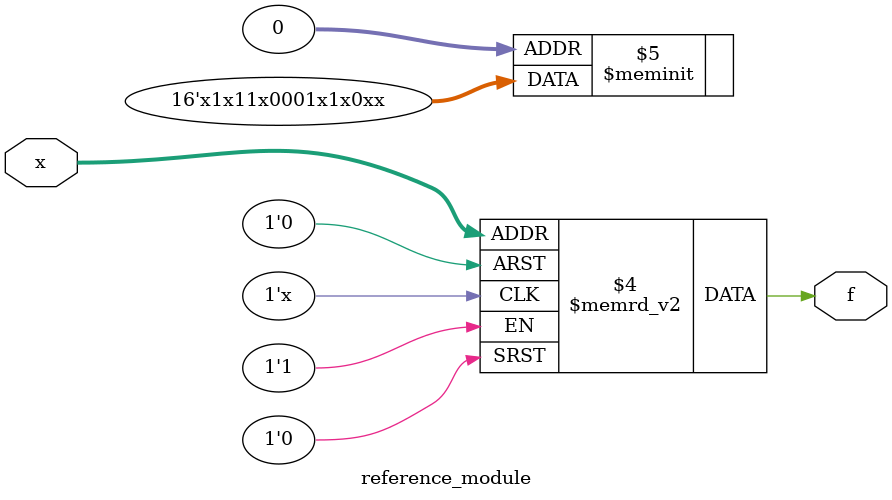
<source format=sv>
module reference_module (
	input [4:1] x,
	output logic f
);

	always_comb begin
		case (x) 
			4'h0: f = 1'bx;
			4'h1: f = 1'bx;
			4'h2: f = 0;
			4'h3: f = 1'bx;
			4'h4: f = 1;
			4'h5: f = 1'bx;
			4'h6: f = 1;
			4'h7: f = 0;
			4'h8: f = 0;
			4'h9: f = 0;
			4'ha: f = 1'bx;
			4'hb: f = 1;
			4'hc: f = 1;
			4'hd: f = 1'bx;
			4'he: f = 1;
			4'hf: f = 1'bx;
		endcase
	end

endmodule

</source>
